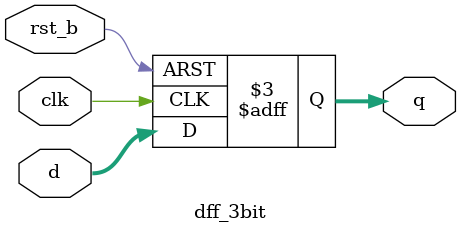
<source format=v>


module fsm_structural (
    input clk,
    input rst_b,
    input hit,
    input dirty,
    input op_read,
    input op_write,
    output [2:0] current_state,
    output try_read,
    output try_write,
    output mem_read,
    output mem_write,
    output cache_write,
    output ready
);

// State encoding
localparam IDLE        = 3'b000,
           READ_HIT    = 3'b001,
           READ_MISS   = 3'b010,
           WRITE_HIT   = 3'b011,
           WRITE_MISS  = 3'b100,
           EVICT       = 3'b101,
           ALLOCATE    = 3'b110;

wire [2:0] next_state;
wire [7:0] state_decode;

// Flip-Flops for state register
dff_3bit state_reg (
    .clk(clk),
    .rst_b(rst_b),
    .d(next_state),
    .q(current_state)
);

// Decode current state
decoder_3x8 decode_state (
    .in(current_state),
    .out(state_decode)
);

// Next-state logic
next_state_logic logic_unit (
    .current_state(current_state),
    .hit(hit),
    .dirty(dirty),
    .op_read(op_read),
    .op_write(op_write),
    .next_state(next_state)
);

// Outputs based on decoded state
assign try_read    = state_decode[IDLE] & op_read;
assign try_write   = state_decode[IDLE] & op_write;
assign mem_write   = state_decode[EVICT];
assign mem_read    = state_decode[ALLOCATE];
assign cache_write = state_decode[WRITE_HIT] | state_decode[ALLOCATE];
assign ready       = state_decode[READ_HIT] | state_decode[WRITE_HIT] | state_decode[ALLOCATE];

endmodule

module decoder_3x8(
    input [2:0] in,
    output reg [7:0] out
);
    always @(*) begin
        out = 8'b00000000;
        out[in] = 1'b1;
    end
endmodule

module next_state_logic(
    input [2:0] current_state,
    input hit,
    input dirty,
    input op_read,
    input op_write,
    output reg [2:0] next_state
);
    localparam IDLE        = 3'b000,
               READ_HIT    = 3'b001,
               READ_MISS   = 3'b010,
               WRITE_HIT   = 3'b011,
               WRITE_MISS  = 3'b100,
               EVICT       = 3'b101,
               ALLOCATE    = 3'b110;

    always @(*) begin
        case (current_state)
            IDLE: begin
                if (op_read)
                    next_state = hit ? READ_HIT : READ_MISS;
                else if (op_write)
                    next_state = hit ? WRITE_HIT : WRITE_MISS;
                else
                    next_state = IDLE;
            end
            READ_MISS,
            WRITE_MISS: next_state = dirty ? EVICT : ALLOCATE;
            EVICT:      next_state = ALLOCATE;
            READ_HIT,
            WRITE_HIT,
            ALLOCATE:   next_state = IDLE;
            default:    next_state = IDLE;
        endcase
    end
endmodule

module dff_3bit(
    input clk,
    input rst_b,
    input [2:0] d,
    output reg [2:0] q
);
    always @(posedge clk or negedge rst_b) begin
        if (!rst_b)
            q <= 3'b000;
        else
            q <= d;
    end
endmodule

</source>
